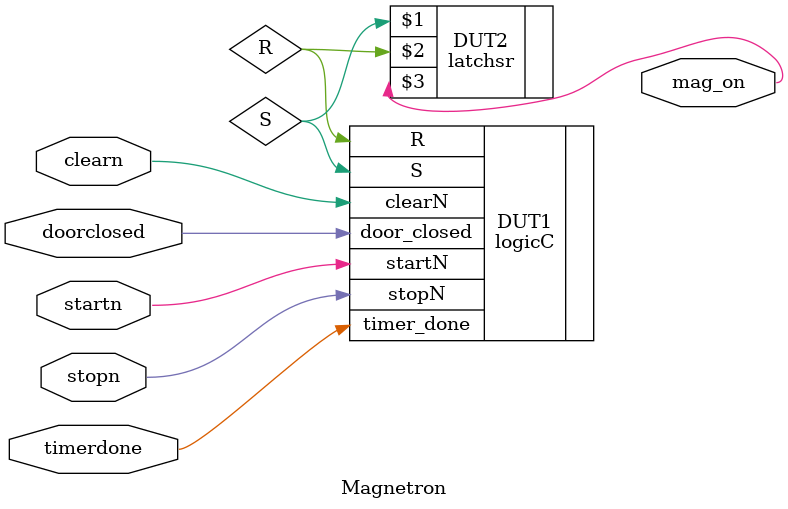
<source format=v>
module  Magnetron(
    input wire startn, stopn, clearn, doorclosed, timerdone,
    output wire mag_on
);
    wire R, S;
    logicC DUT1(.startN(startn), .stopN(stopn), .clearN(clearn), .door_closed(doorclosed), .timer_done(timerdone), .S(S), .R(R));
    latchsr DUT2(S, R, mag_on);  
endmodule
</source>
